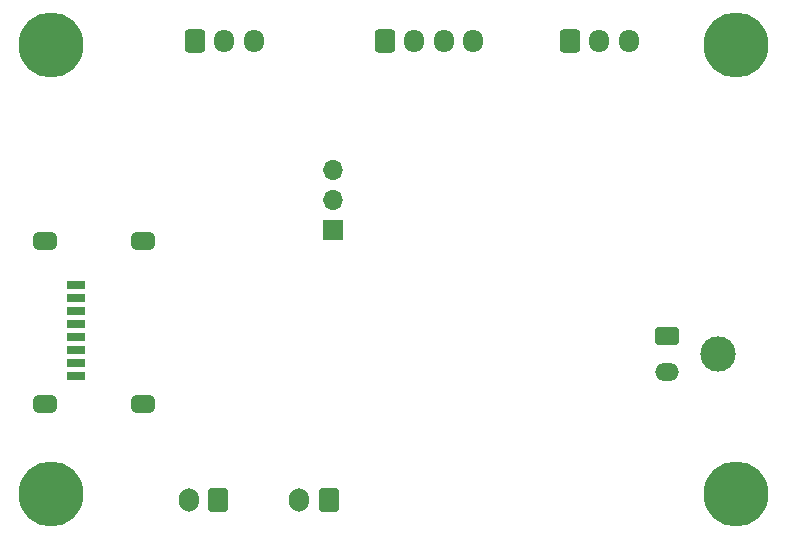
<source format=gbr>
%TF.GenerationSoftware,KiCad,Pcbnew,7.0.11-rc3*%
%TF.CreationDate,2025-03-16T23:23:52+08:00*%
%TF.ProjectId,BMS_Master,424d535f-4d61-4737-9465-722e6b696361,V1.3*%
%TF.SameCoordinates,Original*%
%TF.FileFunction,Soldermask,Bot*%
%TF.FilePolarity,Negative*%
%FSLAX46Y46*%
G04 Gerber Fmt 4.6, Leading zero omitted, Abs format (unit mm)*
G04 Created by KiCad (PCBNEW 7.0.11-rc3) date 2025-03-16 23:23:52*
%MOMM*%
%LPD*%
G01*
G04 APERTURE LIST*
G04 Aperture macros list*
%AMRoundRect*
0 Rectangle with rounded corners*
0 $1 Rounding radius*
0 $2 $3 $4 $5 $6 $7 $8 $9 X,Y pos of 4 corners*
0 Add a 4 corners polygon primitive as box body*
4,1,4,$2,$3,$4,$5,$6,$7,$8,$9,$2,$3,0*
0 Add four circle primitives for the rounded corners*
1,1,$1+$1,$2,$3*
1,1,$1+$1,$4,$5*
1,1,$1+$1,$6,$7*
1,1,$1+$1,$8,$9*
0 Add four rect primitives between the rounded corners*
20,1,$1+$1,$2,$3,$4,$5,0*
20,1,$1+$1,$4,$5,$6,$7,0*
20,1,$1+$1,$6,$7,$8,$9,0*
20,1,$1+$1,$8,$9,$2,$3,0*%
G04 Aperture macros list end*
%ADD10RoundRect,0.250000X-0.600000X-0.725000X0.600000X-0.725000X0.600000X0.725000X-0.600000X0.725000X0*%
%ADD11O,1.700000X1.950000*%
%ADD12R,1.700000X1.700000*%
%ADD13O,1.700000X1.700000*%
%ADD14C,5.500000*%
%ADD15RoundRect,0.250000X0.600000X0.750000X-0.600000X0.750000X-0.600000X-0.750000X0.600000X-0.750000X0*%
%ADD16O,1.700000X2.000000*%
%ADD17C,3.000000*%
%ADD18RoundRect,0.250001X-0.759999X0.499999X-0.759999X-0.499999X0.759999X-0.499999X0.759999X0.499999X0*%
%ADD19O,2.020000X1.500000*%
%ADD20R,1.500000X0.800000*%
%ADD21RoundRect,0.362500X-0.637500X0.362500X-0.637500X-0.362500X0.637500X-0.362500X0.637500X0.362500X0*%
G04 APERTURE END LIST*
D10*
%TO.C,J7*%
X112900000Y-44675000D03*
D11*
X115400000Y-44675000D03*
X117900000Y-44675000D03*
%TD*%
D10*
%TO.C,J6*%
X97250000Y-44675000D03*
D11*
X99750000Y-44675000D03*
X102250000Y-44675000D03*
X104750000Y-44675000D03*
%TD*%
D12*
%TO.C,J2*%
X92855000Y-60650000D03*
D13*
X92855000Y-58110000D03*
X92855000Y-55570000D03*
%TD*%
D14*
%TO.C,H4*%
X69000000Y-83000000D03*
%TD*%
%TO.C,H2*%
X127000000Y-45000000D03*
%TD*%
%TO.C,H1*%
X127000000Y-83000000D03*
%TD*%
D15*
%TO.C,J3*%
X92500000Y-83500000D03*
D16*
X90000000Y-83500000D03*
%TD*%
D10*
%TO.C,J5*%
X81155000Y-44675000D03*
D11*
X83655000Y-44675000D03*
X86155000Y-44675000D03*
%TD*%
D17*
%TO.C,J4*%
X125420000Y-71165000D03*
D18*
X121100000Y-69665000D03*
D19*
X121100000Y-72665000D03*
%TD*%
D14*
%TO.C,H3*%
X69000000Y-45000000D03*
%TD*%
D15*
%TO.C,J1*%
X83155000Y-83495000D03*
D16*
X80655000Y-83495000D03*
%TD*%
D20*
%TO.C,J8*%
X71100000Y-65300000D03*
X71100000Y-66400000D03*
X71100000Y-67500000D03*
X71100000Y-68600000D03*
X71100000Y-69700000D03*
X71100000Y-70800000D03*
X71100000Y-71900000D03*
X71100000Y-73000000D03*
D21*
X76800000Y-61630000D03*
X68500000Y-61630000D03*
X76800000Y-75380000D03*
X68500000Y-75380000D03*
%TD*%
M02*

</source>
